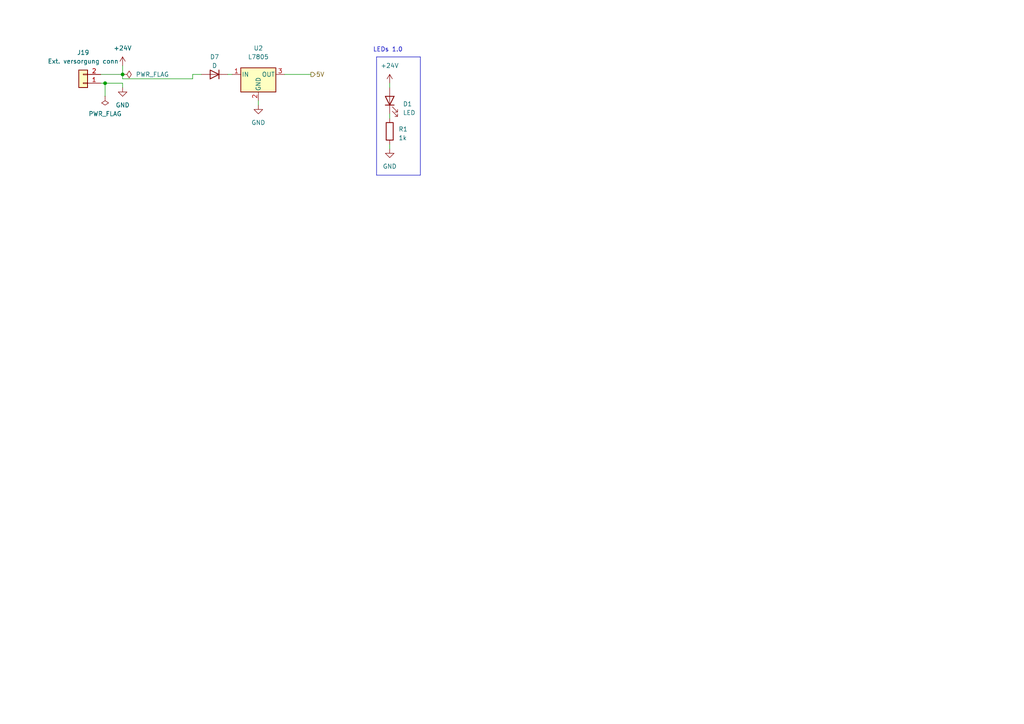
<source format=kicad_sch>
(kicad_sch (version 20230121) (generator eeschema)
  (paper "A4")
  (lib_symbols
    (symbol "Connector_Generic:Conn_01x02" (pin_names (offset 1.016) hide)
      (property "Reference" "J" (at 0 2.54 0))
      (property "Value" "Conn_01x02" (at 0 -5.08 0))
      (symbol "Conn_01x02_1_1"
        (rectangle (start -1.27 -2.413) (end 0 -2.667) (stroke (width 0.1524)))
        (rectangle (start -1.27 0.127) (end 0 -0.127) (stroke (width 0.1524)))
        (rectangle (start -1.27 1.27) (end 1.27 -3.81) (stroke (width 0.254)) (fill (type background)))
        (pin passive line (at -5.08 0 0) (length 3.81) (name "Pin_1") (number "1"))
        (pin passive line (at -5.08 -2.54 0) (length 3.81) (name "Pin_2") (number "2"))
      )
    )
    (symbol "Device:D" (pin_numbers hide) (pin_names (offset 1.016) hide)
      (property "Reference" "D" (at 0 2.54 0))
      (property "Value" "D" (at 0 -2.54 0))
      (symbol "D_0_1"
        (polyline (pts (xy -1.27 1.27) (xy -1.27 -1.27)) (stroke (width 0.254)))
        (polyline (pts (xy 1.27 0) (xy -1.27 0)))
        (polyline (pts (xy 1.27 1.27) (xy 1.27 -1.27) (xy -1.27 0) (xy 1.27 1.27)) (stroke (width 0.254)))
      )
      (symbol "D_1_1"
        (pin passive line (at -3.81 0 0) (length 2.54) (name "K") (number "1"))
        (pin passive line (at 3.81 0 180) (length 2.54) (name "A") (number "2"))
      )
    )
    (symbol "Device:LED" (pin_numbers hide) (pin_names (offset 1.016) hide)
      (property "Reference" "D" (at 0 2.54 0))
      (property "Value" "LED" (at 0 -2.54 0))
      (symbol "LED_0_1"
        (polyline (pts (xy -1.27 -1.27) (xy -1.27 1.27)) (stroke (width 0.254)))
        (polyline (pts (xy -1.27 0) (xy 1.27 0)))
        (polyline (pts (xy 1.27 -1.27) (xy 1.27 1.27) (xy -1.27 0) (xy 1.27 -1.27)) (stroke (width 0.254)))
        (polyline (pts (xy -3.048 -0.762) (xy -4.572 -2.286) (xy -3.81 -2.286) (xy -4.572 -2.286) (xy -4.572 -1.524)))
        (polyline (pts (xy -1.778 -0.762) (xy -3.302 -2.286) (xy -2.54 -2.286) (xy -3.302 -2.286) (xy -3.302 -1.524)))
      )
      (symbol "LED_1_1"
        (pin passive line (at -3.81 0 0) (length 2.54) (name "K") (number "1"))
        (pin passive line (at 3.81 0 180) (length 2.54) (name "A") (number "2"))
      )
    )
    (symbol "Device:R" (pin_numbers hide) (pin_names (offset 0))
      (property "Reference" "R" (at 2.032 0 90))
      (property "Value" "R" (at 0 0 90))
      (symbol "R_0_1"
        (rectangle (start -1.016 -2.54) (end 1.016 2.54) (stroke (width 0.254)))
      )
      (symbol "R_1_1"
        (pin passive line (at 0 3.81 270) (length 1.27) (name "~") (number "1"))
        (pin passive line (at 0 -3.81 90) (length 1.27) (name "~") (number "2"))
      )
    )
    (symbol "Regulator_Linear:L7805" (pin_names (offset 0.254))
      (property "Reference" "U" (at -3.81 3.175 0))
      (property "Value" "L7805" (at 0 3.175 0))
      (symbol "L7805_0_1"
        (rectangle (start -5.08 1.905) (end 5.08 -5.08) (stroke (width 0.254)) (fill (type background)))
      )
      (symbol "L7805_1_1"
        (pin power_in line (at -7.62 0 0) (length 2.54) (name "IN") (number "1"))
        (pin power_in line (at 0 -7.62 90) (length 2.54) (name "GND") (number "2"))
        (pin power_out line (at 7.62 0 180) (length 2.54) (name "OUT") (number "3"))
      )
    )
    (symbol "power:+24V" (power) (pin_names (offset 0))
      (property "Value" "+24V" (at 0 3.556 0))
      (symbol "+24V_0_1"
        (polyline (pts (xy -0.762 1.27) (xy 0 2.54)))
        (polyline (pts (xy 0 0) (xy 0 2.54)))
        (polyline (pts (xy 0 2.54) (xy 0.762 1.27)))
      )
      (symbol "+24V_1_1"
        (pin power_in line (at 0 0 90) (length 0) hide (name "+24V") (number "1"))
      )
    )
    (symbol "power:GND" (power) (pin_names (offset 0))
      (property "Value" "GND" (at 0 -3.81 0))
      (symbol "GND_0_1"
        (polyline (pts (xy 0 0) (xy 0 -1.27) (xy 1.27 -1.27) (xy 0 -2.54) (xy -1.27 -1.27) (xy 0 -1.27)))
      )
      (symbol "GND_1_1"
        (pin power_in line (at 0 0 270) (length 0) hide (name "GND") (number "1"))
      )
    )
    (symbol "power:PWR_FLAG" (power) (pin_numbers hide) (pin_names (offset 0) hide)
      (property "Value" "PWR_FLAG" (at 0 3.81 0))
      (symbol "PWR_FLAG_0_0"
        (pin power_out line (at 0 0 90) (length 0) (name "pwr") (number "1"))
      )
      (symbol "PWR_FLAG_0_1"
        (polyline (pts (xy 0 0) (xy 0 1.27) (xy -1.016 1.905) (xy 0 2.54) (xy 1.016 1.905) (xy 0 1.27)))
      )
    )
  )
  (junction (at 35.56 21.59))
  (junction (at 30.48 24.13))
  (wire (pts (xy 30.48 24.13) (xy 35.56 24.13)))
  (wire (pts (xy 29.21 24.13) (xy 30.48 24.13)))
  (wire (pts (xy 35.56 21.59) (xy 35.56 22.86)))
  (wire (pts (xy 113.03 41.91) (xy 113.03 43.18)))
  (wire (pts (xy 113.03 24.13) (xy 113.03 25.4)))
  (wire (pts (xy 35.56 22.86) (xy 55.88 22.86)))
  (wire (pts (xy 35.56 24.13) (xy 35.56 25.4)))
  (wire (pts (xy 30.48 24.13) (xy 30.48 27.94)))
  (wire (pts (xy 82.55 21.59) (xy 90.17 21.59)))
  (wire (pts (xy 113.03 33.02) (xy 113.03 34.29)))
  (polyline (pts (xy 121.92 50.8) (xy 109.22 50.8)))
  (wire (pts (xy 29.21 21.59) (xy 35.56 21.59)) (stroke (width 0) (color 17 127 12 1)))
  (polyline (pts (xy 109.22 16.51) (xy 109.22 50.8)))
  (wire (pts (xy 35.56 19.05) (xy 35.56 21.59)))
  (wire (pts (xy 74.93 29.21) (xy 74.93 30.48)))
  (wire (pts (xy 66.04 21.59) (xy 67.31 21.59)))
  (polyline (pts (xy 121.92 16.51) (xy 121.92 50.8)))
  (polyline (pts (xy 109.22 16.51) (xy 121.92 16.51)))
  (wire (pts (xy 55.88 22.86) (xy 55.88 21.59)))
  (wire (pts (xy 55.88 21.59) (xy 58.42 21.59)))
  (text "LEDs 1.0" (at 116.84 15.24 0) (effects (font (size 1.27 1.27)) (justify right bottom)))
  (hierarchical_label "5V" (shape output) (at 90.17 21.59 0))
  (symbol (lib_id "Device:D") (at 62.23 21.59 180) (unit 1)
    (property "Reference" "D7" (at 62.23 16.51 0))
    (property "Value" "D" (at 62.23 19.05 0))
    (property "Footprint" "LED_SMD:LED_0603_1608Metric_Pad1.05x0.95mm_HandSolder" (effects hide))
    (property "Sim.Device" "D" (effects hide))
    (property "Sim.Pins" "1=K 2=A" (effects hide))
  )
  (symbol (lib_id "power:PWR_FLAG") (at 35.56 21.59 270) (unit 1)
    (property "Reference" "#FLG0101" (effects hide))
    (property "Value" "PWR_FLAG" (at 39.37 21.5899 90) (effects (justify left)))
  )
  (symbol (lib_id "power:GND") (at 74.93 30.48 0) (unit 1)
    (property "Reference" "#PWR0108" (effects hide))
    (property "Value" "GND" (at 74.93 35.56 0))
  )
  (symbol (lib_id "Device:R") (at 113.03 38.1 0) (unit 1)
    (property "Reference" "R1" (at 115.57 37.465 0) (effects (justify left)))
    (property "Value" "1k" (at 115.57 40.005 0) (effects (justify left)))
    (property "Footprint" "Resistor_SMD:R_0603_1608Metric" (effects hide))
    (instances (project "AbuDhabi_ElectronBeam" (path "" (reference "R1") (unit 1)) (path "" (reference "R2") (unit 1))))
  )
  (symbol (lib_id "Regulator_Linear:L7805") (at 74.93 21.59 0) (unit 1)
    (property "Reference" "U2" (at 74.93 13.97 0))
    (property "Value" "L7805" (at 74.93 16.51 0))
    (property "Footprint" "Package_TO_SOT_THT:TO-220-3_Vertical" (effects hide))
    (property "Datasheet" "http://www.st.com/content/ccc/resource/technical/document/datasheet/41/4f/b3/b0/12/d4/47/88/CD00000444.pdf/files/CD00000444.pdf/jcr:content/translations/en.CD00000444.pdf" (effects hide))
  )
  (symbol (lib_id "power:GND") (at 35.56 25.4 0) (unit 1)
    (property "Reference" "#PWR0103" (effects hide))
    (property "Value" "GND" (at 35.56 30.48 0))
  )
  (symbol (lib_id "power:+24V") (at 113.03 24.13 0) (unit 1)
    (property "Reference" "#PWR010" (effects hide))
    (property "Value" "+24V" (at 113.03 19.05 0))
  )
  (symbol (lib_id "power:PWR_FLAG") (at 30.48 27.94 180) (unit 1)
    (property "Reference" "#FLG0102" (effects hide))
    (property "Value" "PWR_FLAG" (at 30.48 33.02 0))
  )
  (symbol (lib_id "Device:LED") (at 113.03 29.21 90) (unit 1)
    (property "Reference" "D1" (at 116.84 30.1625 90) (effects (justify right)))
    (property "Value" "LED" (at 116.84 32.7025 90) (effects (justify right)))
    (property "Footprint" "LED_SMD:LED_0603_1608Metric_Pad1.05x0.95mm_HandSolder" (effects hide))
    (instances (project "AbuDhabi_ElectronBeam" (path "" (reference "D1") (unit 1)) (path "" (reference "D2") (unit 1))))
  )
  (symbol (lib_id "power:GND") (at 113.03 43.18 0) (unit 1)
    (property "Reference" "#PWR08" (effects hide))
    (property "Value" "GND" (at 113.03 48.26 0))
    (instances (project "AbuDhabi_ElectronBeam" (path "" (reference "#PWR08") (unit 1)) (path "" (reference "#PWR09") (unit 1))))
  )
  (symbol (lib_id "power:+24V") (at 35.56 19.05 0) (unit 1)
    (property "Reference" "#PWR0102" (effects hide))
    (property "Value" "+24V" (at 35.56 13.97 0))
  )
  (symbol (lib_id "Connector_Generic:Conn_01x02") (at 24.13 24.13 180) (unit 1)
    (property "Reference" "J19" (at 24.13 15.24 0))
    (property "Value" "Ext. versorgung conn" (at 24.13 17.78 0))
    (property "Footprint" "Connector_JST:JST_EH_B2B-EH-A_1x02_P2.50mm_Vertical" (effects hide))
  )
)
</source>
